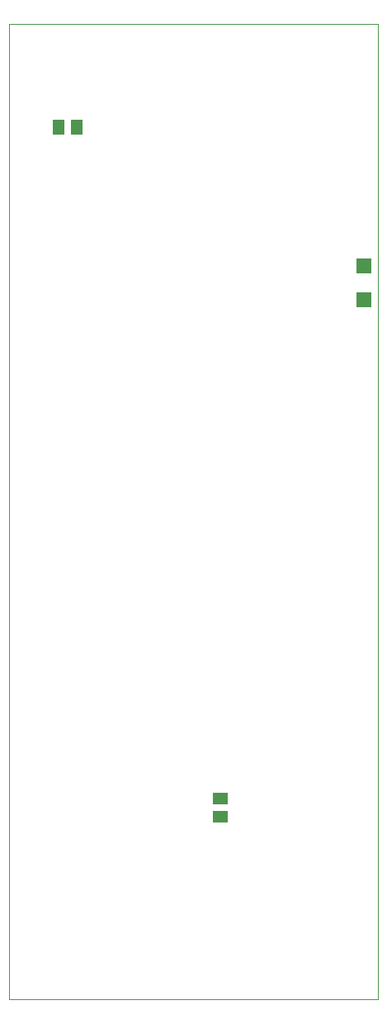
<source format=gtp>
G75*
G70*
%OFA0B0*%
%FSLAX24Y24*%
%IPPOS*%
%LPD*%
%AMOC8*
5,1,8,0,0,1.08239X$1,22.5*
%
%ADD10C,0.0000*%
%ADD11R,0.0591X0.0512*%
%ADD12R,0.0512X0.0591*%
%ADD13R,0.0591X0.0591*%
D10*
X003621Y000711D02*
X003621Y040081D01*
X018503Y040081D01*
X018503Y000711D01*
X003621Y000711D01*
D11*
X012141Y008077D03*
X012141Y008825D03*
D12*
X006350Y035912D03*
X005602Y035912D03*
D13*
X017952Y030337D03*
X017952Y028959D03*
M02*

</source>
